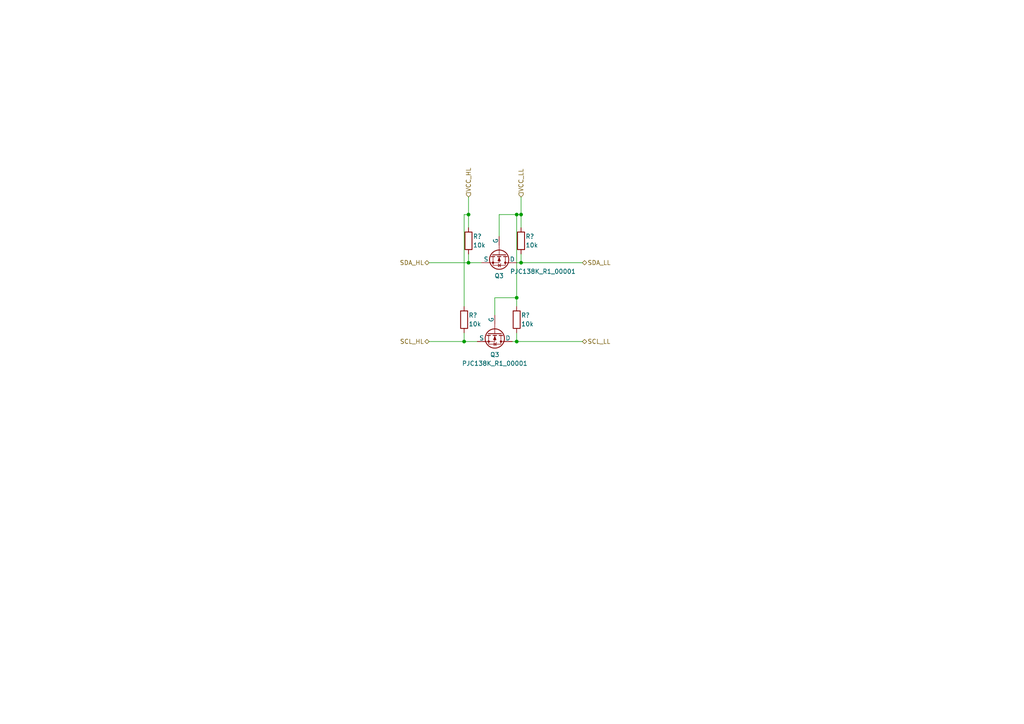
<source format=kicad_sch>
(kicad_sch (version 20230121) (generator eeschema)
  (paper "A4")
  (lib_symbols
    (symbol "Device:R" (pin_numbers hide) (pin_names (offset 0))
      (property "Reference" "R" (at 2.032 0 90))
      (property "Value" "R" (at 0 0 90))
      (symbol "R_0_1"
        (rectangle (start -1.016 -2.54) (end 1.016 2.54) (stroke (width 0.254)))
      )
      (symbol "R_1_1"
        (pin passive line (at 0 3.81 270) (length 1.27) (name "~") (number "1"))
        (pin passive line (at 0 -3.81 90) (length 1.27) (name "~") (number "2"))
      )
    )
    (symbol "Simulation_SPICE:NMOS" (pin_numbers hide) (pin_names (offset 0))
      (property "Reference" "Q" (at 5.08 1.27 0))
      (property "Value" "NMOS" (at 5.08 -1.27 0))
      (symbol "NMOS_0_1"
        (polyline (pts (xy 0.254 0) (xy -2.54 0)))
        (polyline (pts (xy 0.254 1.905) (xy 0.254 -1.905)) (stroke (width 0.254)))
        (polyline (pts (xy 0.762 -1.27) (xy 0.762 -2.286)) (stroke (width 0.254)))
        (polyline (pts (xy 0.762 0.508) (xy 0.762 -0.508)) (stroke (width 0.254)))
        (polyline (pts (xy 0.762 2.286) (xy 0.762 1.27)) (stroke (width 0.254)))
        (polyline (pts (xy 2.54 2.54) (xy 2.54 1.778)))
        (polyline (pts (xy 2.54 -2.54) (xy 2.54 0) (xy 0.762 0)))
        (polyline (pts (xy 0.762 -1.778) (xy 3.302 -1.778) (xy 3.302 1.778) (xy 0.762 1.778)))
        (polyline (pts (xy 1.016 0) (xy 2.032 0.381) (xy 2.032 -0.381) (xy 1.016 0)) (fill (type outline)))
        (polyline (pts (xy 2.794 0.508) (xy 2.921 0.381) (xy 3.683 0.381) (xy 3.81 0.254)))
        (polyline (pts (xy 3.302 0.381) (xy 2.921 -0.254) (xy 3.683 -0.254) (xy 3.302 0.381)))
        (circle (center 1.651 0) (radius 2.794) (stroke (width 0.254)))
        (circle (center 2.54 -1.778) (radius 0.254) (fill (type outline)))
        (circle (center 2.54 1.778) (radius 0.254) (fill (type outline)))
      )
      (symbol "NMOS_1_1"
        (pin passive line (at 2.54 5.08 270) (length 2.54) (name "D") (number "1"))
        (pin input line (at -5.08 0 0) (length 2.54) (name "G") (number "2"))
        (pin passive line (at 2.54 -5.08 90) (length 2.54) (name "S") (number "3"))
      )
    )
  )
  (junction (at 135.89 76.2))
  (junction (at 149.86 86.36))
  (junction (at 134.62 99.06))
  (junction (at 149.86 62.23))
  (junction (at 135.89 62.23))
  (junction (at 151.13 62.23))
  (junction (at 151.13 76.2))
  (junction (at 149.86 99.06))
  (wire (pts (xy 139.7 76.2) (xy 135.89 76.2)))
  (wire (pts (xy 143.51 86.36) (xy 149.86 86.36)))
  (wire (pts (xy 149.86 76.2) (xy 151.13 76.2)))
  (wire (pts (xy 144.78 62.23) (xy 149.86 62.23)))
  (wire (pts (xy 134.62 99.06) (xy 134.62 96.52)))
  (wire (pts (xy 151.13 76.2) (xy 168.91 76.2)))
  (wire (pts (xy 149.86 96.52) (xy 149.86 99.06)))
  (wire (pts (xy 124.46 76.2) (xy 135.89 76.2)))
  (wire (pts (xy 124.46 99.06) (xy 134.62 99.06)))
  (wire (pts (xy 135.89 57.15) (xy 135.89 62.23)))
  (wire (pts (xy 135.89 76.2) (xy 135.89 73.66)))
  (wire (pts (xy 149.86 86.36) (xy 149.86 88.9)))
  (wire (pts (xy 135.89 62.23) (xy 135.89 66.04)))
  (wire (pts (xy 151.13 62.23) (xy 151.13 66.04)))
  (wire (pts (xy 143.51 91.44) (xy 143.51 86.36)))
  (wire (pts (xy 149.86 99.06) (xy 168.91 99.06)))
  (wire (pts (xy 151.13 57.15) (xy 151.13 62.23)))
  (wire (pts (xy 148.59 99.06) (xy 149.86 99.06)))
  (wire (pts (xy 138.43 99.06) (xy 134.62 99.06)))
  (wire (pts (xy 149.86 62.23) (xy 151.13 62.23)))
  (wire (pts (xy 144.78 68.58) (xy 144.78 62.23)))
  (wire (pts (xy 149.86 62.23) (xy 149.86 86.36)))
  (wire (pts (xy 134.62 62.23) (xy 135.89 62.23)))
  (wire (pts (xy 134.62 62.23) (xy 134.62 88.9)))
  (wire (pts (xy 151.13 73.66) (xy 151.13 76.2)))
  (hierarchical_label "SCL_LL" (shape bidirectional) (at 168.91 99.06 0))
  (hierarchical_label "SCL_HL" (shape bidirectional) (at 124.46 99.06 180))
  (hierarchical_label "VCC_HL" (shape input) (at 135.89 57.15 90))
  (hierarchical_label "SDA_HL" (shape bidirectional) (at 124.46 76.2 180))
  (hierarchical_label "VCC_LL" (shape input) (at 151.13 57.15 90))
  (hierarchical_label "SDA_LL" (shape bidirectional) (at 168.91 76.2 0))
  (symbol (lib_id "Device:R") (at 135.89 69.85 180) (unit 1)
    (property "Reference" "R?" (at 137.16 68.58 0) (effects (justify right)))
    (property "Value" "10k" (at 137.16 71.12 0) (effects (justify right)))
    (property "Footprint" "Resistor_SMD:R_0402_1005Metric" (effects hide))
    (instances (project "PCB" (path "" (reference "R?") (unit 1)) (path "" (reference "R2") (unit 1)) (path "" (reference "R17") (unit 1)) (path "" (reference "R17") (unit 1))))
  )
  (symbol (lib_id "Simulation_SPICE:NMOS") (at 143.51 96.52 270) (unit 1)
    (property "Reference" "Q3" (at 143.51 102.87 90))
    (property "Value" "PJC138K_R1_00001" (at 143.51 105.41 90))
    (property "Footprint" "Package_TO_SOT_SMD:SOT-323_SC-70" (effects hide))
    (property "Datasheet" "https://ngspice.sourceforge.io/docs/ngspice-manual.pdf" (effects hide))
    (property "Sim.Device" "NMOS" (effects hide))
    (property "Sim.Type" "VDMOS" (effects hide))
    (property "Sim.Pins" "1=D 2=G 3=S" (effects hide))
    (instances (project "PCB" (path "" (reference "Q3") (unit 1)) (path "" (reference "Q4") (unit 1))))
  )
  (symbol (lib_id "Device:R") (at 151.13 69.85 180) (unit 1)
    (property "Reference" "R?" (at 152.4 68.58 0) (effects (justify right)))
    (property "Value" "10k" (at 152.4 71.12 0) (effects (justify right)))
    (property "Footprint" "Resistor_SMD:R_0402_1005Metric" (effects hide))
    (instances (project "PCB" (path "" (reference "R?") (unit 1)) (path "" (reference "R2") (unit 1)) (path "" (reference "R18") (unit 1)) (path "" (reference "R18") (unit 1))))
  )
  (symbol (lib_id "Device:R") (at 134.62 92.71 180) (unit 1)
    (property "Reference" "R?" (at 135.89 91.44 0) (effects (justify right)))
    (property "Value" "10k" (at 135.89 93.98 0) (effects (justify right)))
    (property "Footprint" "Resistor_SMD:R_0402_1005Metric" (effects hide))
    (instances (project "PCB" (path "" (reference "R?") (unit 1)) (path "" (reference "R2") (unit 1)) (path "" (reference "R17") (unit 1)) (path "" (reference "R19") (unit 1))))
  )
  (symbol (lib_id "Simulation_SPICE:NMOS") (at 144.78 73.66 270) (unit 1)
    (property "Reference" "Q3" (at 144.78 80.01 90))
    (property "Value" "PJC138K_R1_00001" (at 157.48 78.74 90))
    (property "Footprint" "Package_TO_SOT_SMD:SOT-323_SC-70" (effects hide))
    (property "Datasheet" "https://ngspice.sourceforge.io/docs/ngspice-manual.pdf" (effects hide))
    (property "Sim.Device" "NMOS" (effects hide))
    (property "Sim.Type" "VDMOS" (effects hide))
    (property "Sim.Pins" "1=D 2=G 3=S" (effects hide))
  )
  (symbol (lib_id "Device:R") (at 149.86 92.71 180) (unit 1)
    (property "Reference" "R?" (at 151.13 91.44 0) (effects (justify right)))
    (property "Value" "10k" (at 151.13 93.98 0) (effects (justify right)))
    (property "Footprint" "Resistor_SMD:R_0402_1005Metric" (effects hide))
    (instances (project "PCB" (path "" (reference "R?") (unit 1)) (path "" (reference "R2") (unit 1)) (path "" (reference "R18") (unit 1)) (path "" (reference "R20") (unit 1))))
  )
)
</source>
